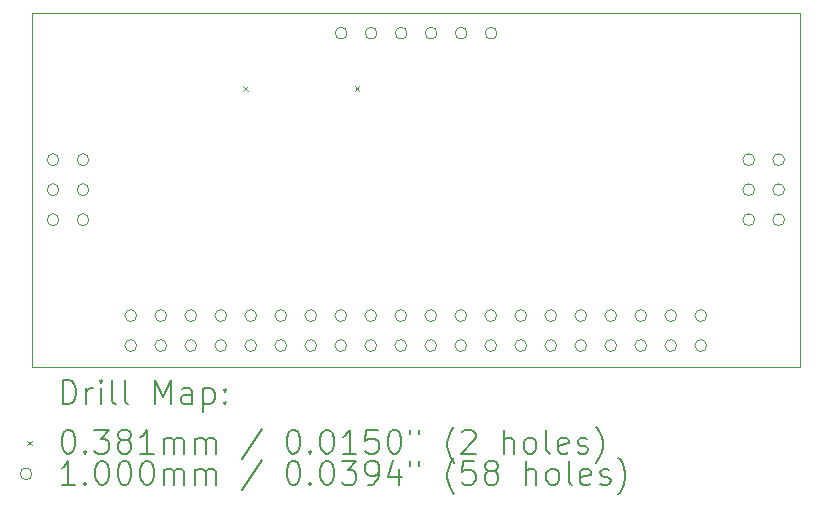
<source format=gbr>
%TF.GenerationSoftware,KiCad,Pcbnew,9.0.2*%
%TF.CreationDate,2025-10-25T16:26:29-04:00*%
%TF.ProjectId,Display,44697370-6c61-4792-9e6b-696361645f70,rev?*%
%TF.SameCoordinates,Original*%
%TF.FileFunction,Drillmap*%
%TF.FilePolarity,Positive*%
%FSLAX45Y45*%
G04 Gerber Fmt 4.5, Leading zero omitted, Abs format (unit mm)*
G04 Created by KiCad (PCBNEW 9.0.2) date 2025-10-25 16:26:29*
%MOMM*%
%LPD*%
G01*
G04 APERTURE LIST*
%ADD10C,0.050000*%
%ADD11C,0.200000*%
%ADD12C,0.100000*%
G04 APERTURE END LIST*
D10*
X13530000Y-5895000D02*
X20030000Y-5895000D01*
X20030000Y-8895000D01*
X13530000Y-8895000D01*
X13530000Y-5895000D01*
D11*
D12*
X15315950Y-6520950D02*
X15354050Y-6559050D01*
X15354050Y-6520950D02*
X15315950Y-6559050D01*
X16260950Y-6520950D02*
X16299050Y-6559050D01*
X16299050Y-6520950D02*
X16260950Y-6559050D01*
X13756000Y-7141000D02*
G75*
G02*
X13656000Y-7141000I-50000J0D01*
G01*
X13656000Y-7141000D02*
G75*
G02*
X13756000Y-7141000I50000J0D01*
G01*
X13756000Y-7395000D02*
G75*
G02*
X13656000Y-7395000I-50000J0D01*
G01*
X13656000Y-7395000D02*
G75*
G02*
X13756000Y-7395000I50000J0D01*
G01*
X13756000Y-7649000D02*
G75*
G02*
X13656000Y-7649000I-50000J0D01*
G01*
X13656000Y-7649000D02*
G75*
G02*
X13756000Y-7649000I50000J0D01*
G01*
X14010000Y-7141000D02*
G75*
G02*
X13910000Y-7141000I-50000J0D01*
G01*
X13910000Y-7141000D02*
G75*
G02*
X14010000Y-7141000I50000J0D01*
G01*
X14010000Y-7395000D02*
G75*
G02*
X13910000Y-7395000I-50000J0D01*
G01*
X13910000Y-7395000D02*
G75*
G02*
X14010000Y-7395000I50000J0D01*
G01*
X14010000Y-7649000D02*
G75*
G02*
X13910000Y-7649000I-50000J0D01*
G01*
X13910000Y-7649000D02*
G75*
G02*
X14010000Y-7649000I50000J0D01*
G01*
X14414000Y-8461000D02*
G75*
G02*
X14314000Y-8461000I-50000J0D01*
G01*
X14314000Y-8461000D02*
G75*
G02*
X14414000Y-8461000I50000J0D01*
G01*
X14414000Y-8715000D02*
G75*
G02*
X14314000Y-8715000I-50000J0D01*
G01*
X14314000Y-8715000D02*
G75*
G02*
X14414000Y-8715000I50000J0D01*
G01*
X14668000Y-8461000D02*
G75*
G02*
X14568000Y-8461000I-50000J0D01*
G01*
X14568000Y-8461000D02*
G75*
G02*
X14668000Y-8461000I50000J0D01*
G01*
X14668000Y-8715000D02*
G75*
G02*
X14568000Y-8715000I-50000J0D01*
G01*
X14568000Y-8715000D02*
G75*
G02*
X14668000Y-8715000I50000J0D01*
G01*
X14922000Y-8461000D02*
G75*
G02*
X14822000Y-8461000I-50000J0D01*
G01*
X14822000Y-8461000D02*
G75*
G02*
X14922000Y-8461000I50000J0D01*
G01*
X14922000Y-8715000D02*
G75*
G02*
X14822000Y-8715000I-50000J0D01*
G01*
X14822000Y-8715000D02*
G75*
G02*
X14922000Y-8715000I50000J0D01*
G01*
X15176000Y-8461000D02*
G75*
G02*
X15076000Y-8461000I-50000J0D01*
G01*
X15076000Y-8461000D02*
G75*
G02*
X15176000Y-8461000I50000J0D01*
G01*
X15176000Y-8715000D02*
G75*
G02*
X15076000Y-8715000I-50000J0D01*
G01*
X15076000Y-8715000D02*
G75*
G02*
X15176000Y-8715000I50000J0D01*
G01*
X15430000Y-8461000D02*
G75*
G02*
X15330000Y-8461000I-50000J0D01*
G01*
X15330000Y-8461000D02*
G75*
G02*
X15430000Y-8461000I50000J0D01*
G01*
X15430000Y-8715000D02*
G75*
G02*
X15330000Y-8715000I-50000J0D01*
G01*
X15330000Y-8715000D02*
G75*
G02*
X15430000Y-8715000I50000J0D01*
G01*
X15684000Y-8461000D02*
G75*
G02*
X15584000Y-8461000I-50000J0D01*
G01*
X15584000Y-8461000D02*
G75*
G02*
X15684000Y-8461000I50000J0D01*
G01*
X15684000Y-8715000D02*
G75*
G02*
X15584000Y-8715000I-50000J0D01*
G01*
X15584000Y-8715000D02*
G75*
G02*
X15684000Y-8715000I50000J0D01*
G01*
X15938000Y-8461000D02*
G75*
G02*
X15838000Y-8461000I-50000J0D01*
G01*
X15838000Y-8461000D02*
G75*
G02*
X15938000Y-8461000I50000J0D01*
G01*
X15938000Y-8715000D02*
G75*
G02*
X15838000Y-8715000I-50000J0D01*
G01*
X15838000Y-8715000D02*
G75*
G02*
X15938000Y-8715000I50000J0D01*
G01*
X16192000Y-8461000D02*
G75*
G02*
X16092000Y-8461000I-50000J0D01*
G01*
X16092000Y-8461000D02*
G75*
G02*
X16192000Y-8461000I50000J0D01*
G01*
X16192000Y-8715000D02*
G75*
G02*
X16092000Y-8715000I-50000J0D01*
G01*
X16092000Y-8715000D02*
G75*
G02*
X16192000Y-8715000I50000J0D01*
G01*
X16195000Y-6070000D02*
G75*
G02*
X16095000Y-6070000I-50000J0D01*
G01*
X16095000Y-6070000D02*
G75*
G02*
X16195000Y-6070000I50000J0D01*
G01*
X16446000Y-8461000D02*
G75*
G02*
X16346000Y-8461000I-50000J0D01*
G01*
X16346000Y-8461000D02*
G75*
G02*
X16446000Y-8461000I50000J0D01*
G01*
X16446000Y-8715000D02*
G75*
G02*
X16346000Y-8715000I-50000J0D01*
G01*
X16346000Y-8715000D02*
G75*
G02*
X16446000Y-8715000I50000J0D01*
G01*
X16449000Y-6070000D02*
G75*
G02*
X16349000Y-6070000I-50000J0D01*
G01*
X16349000Y-6070000D02*
G75*
G02*
X16449000Y-6070000I50000J0D01*
G01*
X16700000Y-8461000D02*
G75*
G02*
X16600000Y-8461000I-50000J0D01*
G01*
X16600000Y-8461000D02*
G75*
G02*
X16700000Y-8461000I50000J0D01*
G01*
X16700000Y-8715000D02*
G75*
G02*
X16600000Y-8715000I-50000J0D01*
G01*
X16600000Y-8715000D02*
G75*
G02*
X16700000Y-8715000I50000J0D01*
G01*
X16703000Y-6070000D02*
G75*
G02*
X16603000Y-6070000I-50000J0D01*
G01*
X16603000Y-6070000D02*
G75*
G02*
X16703000Y-6070000I50000J0D01*
G01*
X16954000Y-8461000D02*
G75*
G02*
X16854000Y-8461000I-50000J0D01*
G01*
X16854000Y-8461000D02*
G75*
G02*
X16954000Y-8461000I50000J0D01*
G01*
X16954000Y-8715000D02*
G75*
G02*
X16854000Y-8715000I-50000J0D01*
G01*
X16854000Y-8715000D02*
G75*
G02*
X16954000Y-8715000I50000J0D01*
G01*
X16957000Y-6070000D02*
G75*
G02*
X16857000Y-6070000I-50000J0D01*
G01*
X16857000Y-6070000D02*
G75*
G02*
X16957000Y-6070000I50000J0D01*
G01*
X17208000Y-8461000D02*
G75*
G02*
X17108000Y-8461000I-50000J0D01*
G01*
X17108000Y-8461000D02*
G75*
G02*
X17208000Y-8461000I50000J0D01*
G01*
X17208000Y-8715000D02*
G75*
G02*
X17108000Y-8715000I-50000J0D01*
G01*
X17108000Y-8715000D02*
G75*
G02*
X17208000Y-8715000I50000J0D01*
G01*
X17211000Y-6070000D02*
G75*
G02*
X17111000Y-6070000I-50000J0D01*
G01*
X17111000Y-6070000D02*
G75*
G02*
X17211000Y-6070000I50000J0D01*
G01*
X17462000Y-8461000D02*
G75*
G02*
X17362000Y-8461000I-50000J0D01*
G01*
X17362000Y-8461000D02*
G75*
G02*
X17462000Y-8461000I50000J0D01*
G01*
X17462000Y-8715000D02*
G75*
G02*
X17362000Y-8715000I-50000J0D01*
G01*
X17362000Y-8715000D02*
G75*
G02*
X17462000Y-8715000I50000J0D01*
G01*
X17465000Y-6070000D02*
G75*
G02*
X17365000Y-6070000I-50000J0D01*
G01*
X17365000Y-6070000D02*
G75*
G02*
X17465000Y-6070000I50000J0D01*
G01*
X17716000Y-8461000D02*
G75*
G02*
X17616000Y-8461000I-50000J0D01*
G01*
X17616000Y-8461000D02*
G75*
G02*
X17716000Y-8461000I50000J0D01*
G01*
X17716000Y-8715000D02*
G75*
G02*
X17616000Y-8715000I-50000J0D01*
G01*
X17616000Y-8715000D02*
G75*
G02*
X17716000Y-8715000I50000J0D01*
G01*
X17970000Y-8461000D02*
G75*
G02*
X17870000Y-8461000I-50000J0D01*
G01*
X17870000Y-8461000D02*
G75*
G02*
X17970000Y-8461000I50000J0D01*
G01*
X17970000Y-8715000D02*
G75*
G02*
X17870000Y-8715000I-50000J0D01*
G01*
X17870000Y-8715000D02*
G75*
G02*
X17970000Y-8715000I50000J0D01*
G01*
X18224000Y-8461000D02*
G75*
G02*
X18124000Y-8461000I-50000J0D01*
G01*
X18124000Y-8461000D02*
G75*
G02*
X18224000Y-8461000I50000J0D01*
G01*
X18224000Y-8715000D02*
G75*
G02*
X18124000Y-8715000I-50000J0D01*
G01*
X18124000Y-8715000D02*
G75*
G02*
X18224000Y-8715000I50000J0D01*
G01*
X18478000Y-8461000D02*
G75*
G02*
X18378000Y-8461000I-50000J0D01*
G01*
X18378000Y-8461000D02*
G75*
G02*
X18478000Y-8461000I50000J0D01*
G01*
X18478000Y-8715000D02*
G75*
G02*
X18378000Y-8715000I-50000J0D01*
G01*
X18378000Y-8715000D02*
G75*
G02*
X18478000Y-8715000I50000J0D01*
G01*
X18732000Y-8461000D02*
G75*
G02*
X18632000Y-8461000I-50000J0D01*
G01*
X18632000Y-8461000D02*
G75*
G02*
X18732000Y-8461000I50000J0D01*
G01*
X18732000Y-8715000D02*
G75*
G02*
X18632000Y-8715000I-50000J0D01*
G01*
X18632000Y-8715000D02*
G75*
G02*
X18732000Y-8715000I50000J0D01*
G01*
X18986000Y-8461000D02*
G75*
G02*
X18886000Y-8461000I-50000J0D01*
G01*
X18886000Y-8461000D02*
G75*
G02*
X18986000Y-8461000I50000J0D01*
G01*
X18986000Y-8715000D02*
G75*
G02*
X18886000Y-8715000I-50000J0D01*
G01*
X18886000Y-8715000D02*
G75*
G02*
X18986000Y-8715000I50000J0D01*
G01*
X19240000Y-8461000D02*
G75*
G02*
X19140000Y-8461000I-50000J0D01*
G01*
X19140000Y-8461000D02*
G75*
G02*
X19240000Y-8461000I50000J0D01*
G01*
X19240000Y-8715000D02*
G75*
G02*
X19140000Y-8715000I-50000J0D01*
G01*
X19140000Y-8715000D02*
G75*
G02*
X19240000Y-8715000I50000J0D01*
G01*
X19646000Y-7141000D02*
G75*
G02*
X19546000Y-7141000I-50000J0D01*
G01*
X19546000Y-7141000D02*
G75*
G02*
X19646000Y-7141000I50000J0D01*
G01*
X19646000Y-7395000D02*
G75*
G02*
X19546000Y-7395000I-50000J0D01*
G01*
X19546000Y-7395000D02*
G75*
G02*
X19646000Y-7395000I50000J0D01*
G01*
X19646000Y-7649000D02*
G75*
G02*
X19546000Y-7649000I-50000J0D01*
G01*
X19546000Y-7649000D02*
G75*
G02*
X19646000Y-7649000I50000J0D01*
G01*
X19900000Y-7141000D02*
G75*
G02*
X19800000Y-7141000I-50000J0D01*
G01*
X19800000Y-7141000D02*
G75*
G02*
X19900000Y-7141000I50000J0D01*
G01*
X19900000Y-7395000D02*
G75*
G02*
X19800000Y-7395000I-50000J0D01*
G01*
X19800000Y-7395000D02*
G75*
G02*
X19900000Y-7395000I50000J0D01*
G01*
X19900000Y-7649000D02*
G75*
G02*
X19800000Y-7649000I-50000J0D01*
G01*
X19800000Y-7649000D02*
G75*
G02*
X19900000Y-7649000I50000J0D01*
G01*
D11*
X13788277Y-9208984D02*
X13788277Y-9008984D01*
X13788277Y-9008984D02*
X13835896Y-9008984D01*
X13835896Y-9008984D02*
X13864467Y-9018508D01*
X13864467Y-9018508D02*
X13883515Y-9037555D01*
X13883515Y-9037555D02*
X13893039Y-9056603D01*
X13893039Y-9056603D02*
X13902562Y-9094698D01*
X13902562Y-9094698D02*
X13902562Y-9123270D01*
X13902562Y-9123270D02*
X13893039Y-9161365D01*
X13893039Y-9161365D02*
X13883515Y-9180412D01*
X13883515Y-9180412D02*
X13864467Y-9199460D01*
X13864467Y-9199460D02*
X13835896Y-9208984D01*
X13835896Y-9208984D02*
X13788277Y-9208984D01*
X13988277Y-9208984D02*
X13988277Y-9075650D01*
X13988277Y-9113746D02*
X13997801Y-9094698D01*
X13997801Y-9094698D02*
X14007324Y-9085174D01*
X14007324Y-9085174D02*
X14026372Y-9075650D01*
X14026372Y-9075650D02*
X14045420Y-9075650D01*
X14112086Y-9208984D02*
X14112086Y-9075650D01*
X14112086Y-9008984D02*
X14102562Y-9018508D01*
X14102562Y-9018508D02*
X14112086Y-9028031D01*
X14112086Y-9028031D02*
X14121610Y-9018508D01*
X14121610Y-9018508D02*
X14112086Y-9008984D01*
X14112086Y-9008984D02*
X14112086Y-9028031D01*
X14235896Y-9208984D02*
X14216848Y-9199460D01*
X14216848Y-9199460D02*
X14207324Y-9180412D01*
X14207324Y-9180412D02*
X14207324Y-9008984D01*
X14340658Y-9208984D02*
X14321610Y-9199460D01*
X14321610Y-9199460D02*
X14312086Y-9180412D01*
X14312086Y-9180412D02*
X14312086Y-9008984D01*
X14569229Y-9208984D02*
X14569229Y-9008984D01*
X14569229Y-9008984D02*
X14635896Y-9151841D01*
X14635896Y-9151841D02*
X14702562Y-9008984D01*
X14702562Y-9008984D02*
X14702562Y-9208984D01*
X14883515Y-9208984D02*
X14883515Y-9104222D01*
X14883515Y-9104222D02*
X14873991Y-9085174D01*
X14873991Y-9085174D02*
X14854943Y-9075650D01*
X14854943Y-9075650D02*
X14816848Y-9075650D01*
X14816848Y-9075650D02*
X14797801Y-9085174D01*
X14883515Y-9199460D02*
X14864467Y-9208984D01*
X14864467Y-9208984D02*
X14816848Y-9208984D01*
X14816848Y-9208984D02*
X14797801Y-9199460D01*
X14797801Y-9199460D02*
X14788277Y-9180412D01*
X14788277Y-9180412D02*
X14788277Y-9161365D01*
X14788277Y-9161365D02*
X14797801Y-9142317D01*
X14797801Y-9142317D02*
X14816848Y-9132793D01*
X14816848Y-9132793D02*
X14864467Y-9132793D01*
X14864467Y-9132793D02*
X14883515Y-9123270D01*
X14978753Y-9075650D02*
X14978753Y-9275650D01*
X14978753Y-9085174D02*
X14997801Y-9075650D01*
X14997801Y-9075650D02*
X15035896Y-9075650D01*
X15035896Y-9075650D02*
X15054943Y-9085174D01*
X15054943Y-9085174D02*
X15064467Y-9094698D01*
X15064467Y-9094698D02*
X15073991Y-9113746D01*
X15073991Y-9113746D02*
X15073991Y-9170889D01*
X15073991Y-9170889D02*
X15064467Y-9189936D01*
X15064467Y-9189936D02*
X15054943Y-9199460D01*
X15054943Y-9199460D02*
X15035896Y-9208984D01*
X15035896Y-9208984D02*
X14997801Y-9208984D01*
X14997801Y-9208984D02*
X14978753Y-9199460D01*
X15159705Y-9189936D02*
X15169229Y-9199460D01*
X15169229Y-9199460D02*
X15159705Y-9208984D01*
X15159705Y-9208984D02*
X15150182Y-9199460D01*
X15150182Y-9199460D02*
X15159705Y-9189936D01*
X15159705Y-9189936D02*
X15159705Y-9208984D01*
X15159705Y-9085174D02*
X15169229Y-9094698D01*
X15169229Y-9094698D02*
X15159705Y-9104222D01*
X15159705Y-9104222D02*
X15150182Y-9094698D01*
X15150182Y-9094698D02*
X15159705Y-9085174D01*
X15159705Y-9085174D02*
X15159705Y-9104222D01*
D12*
X13489400Y-9518450D02*
X13527500Y-9556550D01*
X13527500Y-9518450D02*
X13489400Y-9556550D01*
D11*
X13826372Y-9428984D02*
X13845420Y-9428984D01*
X13845420Y-9428984D02*
X13864467Y-9438508D01*
X13864467Y-9438508D02*
X13873991Y-9448031D01*
X13873991Y-9448031D02*
X13883515Y-9467079D01*
X13883515Y-9467079D02*
X13893039Y-9505174D01*
X13893039Y-9505174D02*
X13893039Y-9552793D01*
X13893039Y-9552793D02*
X13883515Y-9590889D01*
X13883515Y-9590889D02*
X13873991Y-9609936D01*
X13873991Y-9609936D02*
X13864467Y-9619460D01*
X13864467Y-9619460D02*
X13845420Y-9628984D01*
X13845420Y-9628984D02*
X13826372Y-9628984D01*
X13826372Y-9628984D02*
X13807324Y-9619460D01*
X13807324Y-9619460D02*
X13797801Y-9609936D01*
X13797801Y-9609936D02*
X13788277Y-9590889D01*
X13788277Y-9590889D02*
X13778753Y-9552793D01*
X13778753Y-9552793D02*
X13778753Y-9505174D01*
X13778753Y-9505174D02*
X13788277Y-9467079D01*
X13788277Y-9467079D02*
X13797801Y-9448031D01*
X13797801Y-9448031D02*
X13807324Y-9438508D01*
X13807324Y-9438508D02*
X13826372Y-9428984D01*
X13978753Y-9609936D02*
X13988277Y-9619460D01*
X13988277Y-9619460D02*
X13978753Y-9628984D01*
X13978753Y-9628984D02*
X13969229Y-9619460D01*
X13969229Y-9619460D02*
X13978753Y-9609936D01*
X13978753Y-9609936D02*
X13978753Y-9628984D01*
X14054943Y-9428984D02*
X14178753Y-9428984D01*
X14178753Y-9428984D02*
X14112086Y-9505174D01*
X14112086Y-9505174D02*
X14140658Y-9505174D01*
X14140658Y-9505174D02*
X14159705Y-9514698D01*
X14159705Y-9514698D02*
X14169229Y-9524222D01*
X14169229Y-9524222D02*
X14178753Y-9543270D01*
X14178753Y-9543270D02*
X14178753Y-9590889D01*
X14178753Y-9590889D02*
X14169229Y-9609936D01*
X14169229Y-9609936D02*
X14159705Y-9619460D01*
X14159705Y-9619460D02*
X14140658Y-9628984D01*
X14140658Y-9628984D02*
X14083515Y-9628984D01*
X14083515Y-9628984D02*
X14064467Y-9619460D01*
X14064467Y-9619460D02*
X14054943Y-9609936D01*
X14293039Y-9514698D02*
X14273991Y-9505174D01*
X14273991Y-9505174D02*
X14264467Y-9495650D01*
X14264467Y-9495650D02*
X14254943Y-9476603D01*
X14254943Y-9476603D02*
X14254943Y-9467079D01*
X14254943Y-9467079D02*
X14264467Y-9448031D01*
X14264467Y-9448031D02*
X14273991Y-9438508D01*
X14273991Y-9438508D02*
X14293039Y-9428984D01*
X14293039Y-9428984D02*
X14331134Y-9428984D01*
X14331134Y-9428984D02*
X14350182Y-9438508D01*
X14350182Y-9438508D02*
X14359705Y-9448031D01*
X14359705Y-9448031D02*
X14369229Y-9467079D01*
X14369229Y-9467079D02*
X14369229Y-9476603D01*
X14369229Y-9476603D02*
X14359705Y-9495650D01*
X14359705Y-9495650D02*
X14350182Y-9505174D01*
X14350182Y-9505174D02*
X14331134Y-9514698D01*
X14331134Y-9514698D02*
X14293039Y-9514698D01*
X14293039Y-9514698D02*
X14273991Y-9524222D01*
X14273991Y-9524222D02*
X14264467Y-9533746D01*
X14264467Y-9533746D02*
X14254943Y-9552793D01*
X14254943Y-9552793D02*
X14254943Y-9590889D01*
X14254943Y-9590889D02*
X14264467Y-9609936D01*
X14264467Y-9609936D02*
X14273991Y-9619460D01*
X14273991Y-9619460D02*
X14293039Y-9628984D01*
X14293039Y-9628984D02*
X14331134Y-9628984D01*
X14331134Y-9628984D02*
X14350182Y-9619460D01*
X14350182Y-9619460D02*
X14359705Y-9609936D01*
X14359705Y-9609936D02*
X14369229Y-9590889D01*
X14369229Y-9590889D02*
X14369229Y-9552793D01*
X14369229Y-9552793D02*
X14359705Y-9533746D01*
X14359705Y-9533746D02*
X14350182Y-9524222D01*
X14350182Y-9524222D02*
X14331134Y-9514698D01*
X14559705Y-9628984D02*
X14445420Y-9628984D01*
X14502562Y-9628984D02*
X14502562Y-9428984D01*
X14502562Y-9428984D02*
X14483515Y-9457555D01*
X14483515Y-9457555D02*
X14464467Y-9476603D01*
X14464467Y-9476603D02*
X14445420Y-9486127D01*
X14645420Y-9628984D02*
X14645420Y-9495650D01*
X14645420Y-9514698D02*
X14654943Y-9505174D01*
X14654943Y-9505174D02*
X14673991Y-9495650D01*
X14673991Y-9495650D02*
X14702563Y-9495650D01*
X14702563Y-9495650D02*
X14721610Y-9505174D01*
X14721610Y-9505174D02*
X14731134Y-9524222D01*
X14731134Y-9524222D02*
X14731134Y-9628984D01*
X14731134Y-9524222D02*
X14740658Y-9505174D01*
X14740658Y-9505174D02*
X14759705Y-9495650D01*
X14759705Y-9495650D02*
X14788277Y-9495650D01*
X14788277Y-9495650D02*
X14807324Y-9505174D01*
X14807324Y-9505174D02*
X14816848Y-9524222D01*
X14816848Y-9524222D02*
X14816848Y-9628984D01*
X14912086Y-9628984D02*
X14912086Y-9495650D01*
X14912086Y-9514698D02*
X14921610Y-9505174D01*
X14921610Y-9505174D02*
X14940658Y-9495650D01*
X14940658Y-9495650D02*
X14969229Y-9495650D01*
X14969229Y-9495650D02*
X14988277Y-9505174D01*
X14988277Y-9505174D02*
X14997801Y-9524222D01*
X14997801Y-9524222D02*
X14997801Y-9628984D01*
X14997801Y-9524222D02*
X15007324Y-9505174D01*
X15007324Y-9505174D02*
X15026372Y-9495650D01*
X15026372Y-9495650D02*
X15054943Y-9495650D01*
X15054943Y-9495650D02*
X15073991Y-9505174D01*
X15073991Y-9505174D02*
X15083515Y-9524222D01*
X15083515Y-9524222D02*
X15083515Y-9628984D01*
X15473991Y-9419460D02*
X15302563Y-9676603D01*
X15731134Y-9428984D02*
X15750182Y-9428984D01*
X15750182Y-9428984D02*
X15769229Y-9438508D01*
X15769229Y-9438508D02*
X15778753Y-9448031D01*
X15778753Y-9448031D02*
X15788277Y-9467079D01*
X15788277Y-9467079D02*
X15797801Y-9505174D01*
X15797801Y-9505174D02*
X15797801Y-9552793D01*
X15797801Y-9552793D02*
X15788277Y-9590889D01*
X15788277Y-9590889D02*
X15778753Y-9609936D01*
X15778753Y-9609936D02*
X15769229Y-9619460D01*
X15769229Y-9619460D02*
X15750182Y-9628984D01*
X15750182Y-9628984D02*
X15731134Y-9628984D01*
X15731134Y-9628984D02*
X15712086Y-9619460D01*
X15712086Y-9619460D02*
X15702563Y-9609936D01*
X15702563Y-9609936D02*
X15693039Y-9590889D01*
X15693039Y-9590889D02*
X15683515Y-9552793D01*
X15683515Y-9552793D02*
X15683515Y-9505174D01*
X15683515Y-9505174D02*
X15693039Y-9467079D01*
X15693039Y-9467079D02*
X15702563Y-9448031D01*
X15702563Y-9448031D02*
X15712086Y-9438508D01*
X15712086Y-9438508D02*
X15731134Y-9428984D01*
X15883515Y-9609936D02*
X15893039Y-9619460D01*
X15893039Y-9619460D02*
X15883515Y-9628984D01*
X15883515Y-9628984D02*
X15873991Y-9619460D01*
X15873991Y-9619460D02*
X15883515Y-9609936D01*
X15883515Y-9609936D02*
X15883515Y-9628984D01*
X16016848Y-9428984D02*
X16035896Y-9428984D01*
X16035896Y-9428984D02*
X16054944Y-9438508D01*
X16054944Y-9438508D02*
X16064467Y-9448031D01*
X16064467Y-9448031D02*
X16073991Y-9467079D01*
X16073991Y-9467079D02*
X16083515Y-9505174D01*
X16083515Y-9505174D02*
X16083515Y-9552793D01*
X16083515Y-9552793D02*
X16073991Y-9590889D01*
X16073991Y-9590889D02*
X16064467Y-9609936D01*
X16064467Y-9609936D02*
X16054944Y-9619460D01*
X16054944Y-9619460D02*
X16035896Y-9628984D01*
X16035896Y-9628984D02*
X16016848Y-9628984D01*
X16016848Y-9628984D02*
X15997801Y-9619460D01*
X15997801Y-9619460D02*
X15988277Y-9609936D01*
X15988277Y-9609936D02*
X15978753Y-9590889D01*
X15978753Y-9590889D02*
X15969229Y-9552793D01*
X15969229Y-9552793D02*
X15969229Y-9505174D01*
X15969229Y-9505174D02*
X15978753Y-9467079D01*
X15978753Y-9467079D02*
X15988277Y-9448031D01*
X15988277Y-9448031D02*
X15997801Y-9438508D01*
X15997801Y-9438508D02*
X16016848Y-9428984D01*
X16273991Y-9628984D02*
X16159706Y-9628984D01*
X16216848Y-9628984D02*
X16216848Y-9428984D01*
X16216848Y-9428984D02*
X16197801Y-9457555D01*
X16197801Y-9457555D02*
X16178753Y-9476603D01*
X16178753Y-9476603D02*
X16159706Y-9486127D01*
X16454944Y-9428984D02*
X16359706Y-9428984D01*
X16359706Y-9428984D02*
X16350182Y-9524222D01*
X16350182Y-9524222D02*
X16359706Y-9514698D01*
X16359706Y-9514698D02*
X16378753Y-9505174D01*
X16378753Y-9505174D02*
X16426372Y-9505174D01*
X16426372Y-9505174D02*
X16445420Y-9514698D01*
X16445420Y-9514698D02*
X16454944Y-9524222D01*
X16454944Y-9524222D02*
X16464467Y-9543270D01*
X16464467Y-9543270D02*
X16464467Y-9590889D01*
X16464467Y-9590889D02*
X16454944Y-9609936D01*
X16454944Y-9609936D02*
X16445420Y-9619460D01*
X16445420Y-9619460D02*
X16426372Y-9628984D01*
X16426372Y-9628984D02*
X16378753Y-9628984D01*
X16378753Y-9628984D02*
X16359706Y-9619460D01*
X16359706Y-9619460D02*
X16350182Y-9609936D01*
X16588277Y-9428984D02*
X16607325Y-9428984D01*
X16607325Y-9428984D02*
X16626372Y-9438508D01*
X16626372Y-9438508D02*
X16635896Y-9448031D01*
X16635896Y-9448031D02*
X16645420Y-9467079D01*
X16645420Y-9467079D02*
X16654944Y-9505174D01*
X16654944Y-9505174D02*
X16654944Y-9552793D01*
X16654944Y-9552793D02*
X16645420Y-9590889D01*
X16645420Y-9590889D02*
X16635896Y-9609936D01*
X16635896Y-9609936D02*
X16626372Y-9619460D01*
X16626372Y-9619460D02*
X16607325Y-9628984D01*
X16607325Y-9628984D02*
X16588277Y-9628984D01*
X16588277Y-9628984D02*
X16569229Y-9619460D01*
X16569229Y-9619460D02*
X16559706Y-9609936D01*
X16559706Y-9609936D02*
X16550182Y-9590889D01*
X16550182Y-9590889D02*
X16540658Y-9552793D01*
X16540658Y-9552793D02*
X16540658Y-9505174D01*
X16540658Y-9505174D02*
X16550182Y-9467079D01*
X16550182Y-9467079D02*
X16559706Y-9448031D01*
X16559706Y-9448031D02*
X16569229Y-9438508D01*
X16569229Y-9438508D02*
X16588277Y-9428984D01*
X16731134Y-9428984D02*
X16731134Y-9467079D01*
X16807325Y-9428984D02*
X16807325Y-9467079D01*
X17102563Y-9705174D02*
X17093039Y-9695650D01*
X17093039Y-9695650D02*
X17073991Y-9667079D01*
X17073991Y-9667079D02*
X17064468Y-9648031D01*
X17064468Y-9648031D02*
X17054944Y-9619460D01*
X17054944Y-9619460D02*
X17045420Y-9571841D01*
X17045420Y-9571841D02*
X17045420Y-9533746D01*
X17045420Y-9533746D02*
X17054944Y-9486127D01*
X17054944Y-9486127D02*
X17064468Y-9457555D01*
X17064468Y-9457555D02*
X17073991Y-9438508D01*
X17073991Y-9438508D02*
X17093039Y-9409936D01*
X17093039Y-9409936D02*
X17102563Y-9400412D01*
X17169230Y-9448031D02*
X17178753Y-9438508D01*
X17178753Y-9438508D02*
X17197801Y-9428984D01*
X17197801Y-9428984D02*
X17245420Y-9428984D01*
X17245420Y-9428984D02*
X17264468Y-9438508D01*
X17264468Y-9438508D02*
X17273991Y-9448031D01*
X17273991Y-9448031D02*
X17283515Y-9467079D01*
X17283515Y-9467079D02*
X17283515Y-9486127D01*
X17283515Y-9486127D02*
X17273991Y-9514698D01*
X17273991Y-9514698D02*
X17159706Y-9628984D01*
X17159706Y-9628984D02*
X17283515Y-9628984D01*
X17521611Y-9628984D02*
X17521611Y-9428984D01*
X17607325Y-9628984D02*
X17607325Y-9524222D01*
X17607325Y-9524222D02*
X17597801Y-9505174D01*
X17597801Y-9505174D02*
X17578753Y-9495650D01*
X17578753Y-9495650D02*
X17550182Y-9495650D01*
X17550182Y-9495650D02*
X17531134Y-9505174D01*
X17531134Y-9505174D02*
X17521611Y-9514698D01*
X17731134Y-9628984D02*
X17712087Y-9619460D01*
X17712087Y-9619460D02*
X17702563Y-9609936D01*
X17702563Y-9609936D02*
X17693039Y-9590889D01*
X17693039Y-9590889D02*
X17693039Y-9533746D01*
X17693039Y-9533746D02*
X17702563Y-9514698D01*
X17702563Y-9514698D02*
X17712087Y-9505174D01*
X17712087Y-9505174D02*
X17731134Y-9495650D01*
X17731134Y-9495650D02*
X17759706Y-9495650D01*
X17759706Y-9495650D02*
X17778753Y-9505174D01*
X17778753Y-9505174D02*
X17788277Y-9514698D01*
X17788277Y-9514698D02*
X17797801Y-9533746D01*
X17797801Y-9533746D02*
X17797801Y-9590889D01*
X17797801Y-9590889D02*
X17788277Y-9609936D01*
X17788277Y-9609936D02*
X17778753Y-9619460D01*
X17778753Y-9619460D02*
X17759706Y-9628984D01*
X17759706Y-9628984D02*
X17731134Y-9628984D01*
X17912087Y-9628984D02*
X17893039Y-9619460D01*
X17893039Y-9619460D02*
X17883515Y-9600412D01*
X17883515Y-9600412D02*
X17883515Y-9428984D01*
X18064468Y-9619460D02*
X18045420Y-9628984D01*
X18045420Y-9628984D02*
X18007325Y-9628984D01*
X18007325Y-9628984D02*
X17988277Y-9619460D01*
X17988277Y-9619460D02*
X17978753Y-9600412D01*
X17978753Y-9600412D02*
X17978753Y-9524222D01*
X17978753Y-9524222D02*
X17988277Y-9505174D01*
X17988277Y-9505174D02*
X18007325Y-9495650D01*
X18007325Y-9495650D02*
X18045420Y-9495650D01*
X18045420Y-9495650D02*
X18064468Y-9505174D01*
X18064468Y-9505174D02*
X18073992Y-9524222D01*
X18073992Y-9524222D02*
X18073992Y-9543270D01*
X18073992Y-9543270D02*
X17978753Y-9562317D01*
X18150182Y-9619460D02*
X18169230Y-9628984D01*
X18169230Y-9628984D02*
X18207325Y-9628984D01*
X18207325Y-9628984D02*
X18226373Y-9619460D01*
X18226373Y-9619460D02*
X18235896Y-9600412D01*
X18235896Y-9600412D02*
X18235896Y-9590889D01*
X18235896Y-9590889D02*
X18226373Y-9571841D01*
X18226373Y-9571841D02*
X18207325Y-9562317D01*
X18207325Y-9562317D02*
X18178753Y-9562317D01*
X18178753Y-9562317D02*
X18159706Y-9552793D01*
X18159706Y-9552793D02*
X18150182Y-9533746D01*
X18150182Y-9533746D02*
X18150182Y-9524222D01*
X18150182Y-9524222D02*
X18159706Y-9505174D01*
X18159706Y-9505174D02*
X18178753Y-9495650D01*
X18178753Y-9495650D02*
X18207325Y-9495650D01*
X18207325Y-9495650D02*
X18226373Y-9505174D01*
X18302563Y-9705174D02*
X18312087Y-9695650D01*
X18312087Y-9695650D02*
X18331134Y-9667079D01*
X18331134Y-9667079D02*
X18340658Y-9648031D01*
X18340658Y-9648031D02*
X18350182Y-9619460D01*
X18350182Y-9619460D02*
X18359706Y-9571841D01*
X18359706Y-9571841D02*
X18359706Y-9533746D01*
X18359706Y-9533746D02*
X18350182Y-9486127D01*
X18350182Y-9486127D02*
X18340658Y-9457555D01*
X18340658Y-9457555D02*
X18331134Y-9438508D01*
X18331134Y-9438508D02*
X18312087Y-9409936D01*
X18312087Y-9409936D02*
X18302563Y-9400412D01*
D12*
X13527500Y-9801500D02*
G75*
G02*
X13427500Y-9801500I-50000J0D01*
G01*
X13427500Y-9801500D02*
G75*
G02*
X13527500Y-9801500I50000J0D01*
G01*
D11*
X13893039Y-9892984D02*
X13778753Y-9892984D01*
X13835896Y-9892984D02*
X13835896Y-9692984D01*
X13835896Y-9692984D02*
X13816848Y-9721555D01*
X13816848Y-9721555D02*
X13797801Y-9740603D01*
X13797801Y-9740603D02*
X13778753Y-9750127D01*
X13978753Y-9873936D02*
X13988277Y-9883460D01*
X13988277Y-9883460D02*
X13978753Y-9892984D01*
X13978753Y-9892984D02*
X13969229Y-9883460D01*
X13969229Y-9883460D02*
X13978753Y-9873936D01*
X13978753Y-9873936D02*
X13978753Y-9892984D01*
X14112086Y-9692984D02*
X14131134Y-9692984D01*
X14131134Y-9692984D02*
X14150182Y-9702508D01*
X14150182Y-9702508D02*
X14159705Y-9712031D01*
X14159705Y-9712031D02*
X14169229Y-9731079D01*
X14169229Y-9731079D02*
X14178753Y-9769174D01*
X14178753Y-9769174D02*
X14178753Y-9816793D01*
X14178753Y-9816793D02*
X14169229Y-9854889D01*
X14169229Y-9854889D02*
X14159705Y-9873936D01*
X14159705Y-9873936D02*
X14150182Y-9883460D01*
X14150182Y-9883460D02*
X14131134Y-9892984D01*
X14131134Y-9892984D02*
X14112086Y-9892984D01*
X14112086Y-9892984D02*
X14093039Y-9883460D01*
X14093039Y-9883460D02*
X14083515Y-9873936D01*
X14083515Y-9873936D02*
X14073991Y-9854889D01*
X14073991Y-9854889D02*
X14064467Y-9816793D01*
X14064467Y-9816793D02*
X14064467Y-9769174D01*
X14064467Y-9769174D02*
X14073991Y-9731079D01*
X14073991Y-9731079D02*
X14083515Y-9712031D01*
X14083515Y-9712031D02*
X14093039Y-9702508D01*
X14093039Y-9702508D02*
X14112086Y-9692984D01*
X14302562Y-9692984D02*
X14321610Y-9692984D01*
X14321610Y-9692984D02*
X14340658Y-9702508D01*
X14340658Y-9702508D02*
X14350182Y-9712031D01*
X14350182Y-9712031D02*
X14359705Y-9731079D01*
X14359705Y-9731079D02*
X14369229Y-9769174D01*
X14369229Y-9769174D02*
X14369229Y-9816793D01*
X14369229Y-9816793D02*
X14359705Y-9854889D01*
X14359705Y-9854889D02*
X14350182Y-9873936D01*
X14350182Y-9873936D02*
X14340658Y-9883460D01*
X14340658Y-9883460D02*
X14321610Y-9892984D01*
X14321610Y-9892984D02*
X14302562Y-9892984D01*
X14302562Y-9892984D02*
X14283515Y-9883460D01*
X14283515Y-9883460D02*
X14273991Y-9873936D01*
X14273991Y-9873936D02*
X14264467Y-9854889D01*
X14264467Y-9854889D02*
X14254943Y-9816793D01*
X14254943Y-9816793D02*
X14254943Y-9769174D01*
X14254943Y-9769174D02*
X14264467Y-9731079D01*
X14264467Y-9731079D02*
X14273991Y-9712031D01*
X14273991Y-9712031D02*
X14283515Y-9702508D01*
X14283515Y-9702508D02*
X14302562Y-9692984D01*
X14493039Y-9692984D02*
X14512086Y-9692984D01*
X14512086Y-9692984D02*
X14531134Y-9702508D01*
X14531134Y-9702508D02*
X14540658Y-9712031D01*
X14540658Y-9712031D02*
X14550182Y-9731079D01*
X14550182Y-9731079D02*
X14559705Y-9769174D01*
X14559705Y-9769174D02*
X14559705Y-9816793D01*
X14559705Y-9816793D02*
X14550182Y-9854889D01*
X14550182Y-9854889D02*
X14540658Y-9873936D01*
X14540658Y-9873936D02*
X14531134Y-9883460D01*
X14531134Y-9883460D02*
X14512086Y-9892984D01*
X14512086Y-9892984D02*
X14493039Y-9892984D01*
X14493039Y-9892984D02*
X14473991Y-9883460D01*
X14473991Y-9883460D02*
X14464467Y-9873936D01*
X14464467Y-9873936D02*
X14454943Y-9854889D01*
X14454943Y-9854889D02*
X14445420Y-9816793D01*
X14445420Y-9816793D02*
X14445420Y-9769174D01*
X14445420Y-9769174D02*
X14454943Y-9731079D01*
X14454943Y-9731079D02*
X14464467Y-9712031D01*
X14464467Y-9712031D02*
X14473991Y-9702508D01*
X14473991Y-9702508D02*
X14493039Y-9692984D01*
X14645420Y-9892984D02*
X14645420Y-9759650D01*
X14645420Y-9778698D02*
X14654943Y-9769174D01*
X14654943Y-9769174D02*
X14673991Y-9759650D01*
X14673991Y-9759650D02*
X14702563Y-9759650D01*
X14702563Y-9759650D02*
X14721610Y-9769174D01*
X14721610Y-9769174D02*
X14731134Y-9788222D01*
X14731134Y-9788222D02*
X14731134Y-9892984D01*
X14731134Y-9788222D02*
X14740658Y-9769174D01*
X14740658Y-9769174D02*
X14759705Y-9759650D01*
X14759705Y-9759650D02*
X14788277Y-9759650D01*
X14788277Y-9759650D02*
X14807324Y-9769174D01*
X14807324Y-9769174D02*
X14816848Y-9788222D01*
X14816848Y-9788222D02*
X14816848Y-9892984D01*
X14912086Y-9892984D02*
X14912086Y-9759650D01*
X14912086Y-9778698D02*
X14921610Y-9769174D01*
X14921610Y-9769174D02*
X14940658Y-9759650D01*
X14940658Y-9759650D02*
X14969229Y-9759650D01*
X14969229Y-9759650D02*
X14988277Y-9769174D01*
X14988277Y-9769174D02*
X14997801Y-9788222D01*
X14997801Y-9788222D02*
X14997801Y-9892984D01*
X14997801Y-9788222D02*
X15007324Y-9769174D01*
X15007324Y-9769174D02*
X15026372Y-9759650D01*
X15026372Y-9759650D02*
X15054943Y-9759650D01*
X15054943Y-9759650D02*
X15073991Y-9769174D01*
X15073991Y-9769174D02*
X15083515Y-9788222D01*
X15083515Y-9788222D02*
X15083515Y-9892984D01*
X15473991Y-9683460D02*
X15302563Y-9940603D01*
X15731134Y-9692984D02*
X15750182Y-9692984D01*
X15750182Y-9692984D02*
X15769229Y-9702508D01*
X15769229Y-9702508D02*
X15778753Y-9712031D01*
X15778753Y-9712031D02*
X15788277Y-9731079D01*
X15788277Y-9731079D02*
X15797801Y-9769174D01*
X15797801Y-9769174D02*
X15797801Y-9816793D01*
X15797801Y-9816793D02*
X15788277Y-9854889D01*
X15788277Y-9854889D02*
X15778753Y-9873936D01*
X15778753Y-9873936D02*
X15769229Y-9883460D01*
X15769229Y-9883460D02*
X15750182Y-9892984D01*
X15750182Y-9892984D02*
X15731134Y-9892984D01*
X15731134Y-9892984D02*
X15712086Y-9883460D01*
X15712086Y-9883460D02*
X15702563Y-9873936D01*
X15702563Y-9873936D02*
X15693039Y-9854889D01*
X15693039Y-9854889D02*
X15683515Y-9816793D01*
X15683515Y-9816793D02*
X15683515Y-9769174D01*
X15683515Y-9769174D02*
X15693039Y-9731079D01*
X15693039Y-9731079D02*
X15702563Y-9712031D01*
X15702563Y-9712031D02*
X15712086Y-9702508D01*
X15712086Y-9702508D02*
X15731134Y-9692984D01*
X15883515Y-9873936D02*
X15893039Y-9883460D01*
X15893039Y-9883460D02*
X15883515Y-9892984D01*
X15883515Y-9892984D02*
X15873991Y-9883460D01*
X15873991Y-9883460D02*
X15883515Y-9873936D01*
X15883515Y-9873936D02*
X15883515Y-9892984D01*
X16016848Y-9692984D02*
X16035896Y-9692984D01*
X16035896Y-9692984D02*
X16054944Y-9702508D01*
X16054944Y-9702508D02*
X16064467Y-9712031D01*
X16064467Y-9712031D02*
X16073991Y-9731079D01*
X16073991Y-9731079D02*
X16083515Y-9769174D01*
X16083515Y-9769174D02*
X16083515Y-9816793D01*
X16083515Y-9816793D02*
X16073991Y-9854889D01*
X16073991Y-9854889D02*
X16064467Y-9873936D01*
X16064467Y-9873936D02*
X16054944Y-9883460D01*
X16054944Y-9883460D02*
X16035896Y-9892984D01*
X16035896Y-9892984D02*
X16016848Y-9892984D01*
X16016848Y-9892984D02*
X15997801Y-9883460D01*
X15997801Y-9883460D02*
X15988277Y-9873936D01*
X15988277Y-9873936D02*
X15978753Y-9854889D01*
X15978753Y-9854889D02*
X15969229Y-9816793D01*
X15969229Y-9816793D02*
X15969229Y-9769174D01*
X15969229Y-9769174D02*
X15978753Y-9731079D01*
X15978753Y-9731079D02*
X15988277Y-9712031D01*
X15988277Y-9712031D02*
X15997801Y-9702508D01*
X15997801Y-9702508D02*
X16016848Y-9692984D01*
X16150182Y-9692984D02*
X16273991Y-9692984D01*
X16273991Y-9692984D02*
X16207325Y-9769174D01*
X16207325Y-9769174D02*
X16235896Y-9769174D01*
X16235896Y-9769174D02*
X16254944Y-9778698D01*
X16254944Y-9778698D02*
X16264467Y-9788222D01*
X16264467Y-9788222D02*
X16273991Y-9807270D01*
X16273991Y-9807270D02*
X16273991Y-9854889D01*
X16273991Y-9854889D02*
X16264467Y-9873936D01*
X16264467Y-9873936D02*
X16254944Y-9883460D01*
X16254944Y-9883460D02*
X16235896Y-9892984D01*
X16235896Y-9892984D02*
X16178753Y-9892984D01*
X16178753Y-9892984D02*
X16159706Y-9883460D01*
X16159706Y-9883460D02*
X16150182Y-9873936D01*
X16369229Y-9892984D02*
X16407325Y-9892984D01*
X16407325Y-9892984D02*
X16426372Y-9883460D01*
X16426372Y-9883460D02*
X16435896Y-9873936D01*
X16435896Y-9873936D02*
X16454944Y-9845365D01*
X16454944Y-9845365D02*
X16464467Y-9807270D01*
X16464467Y-9807270D02*
X16464467Y-9731079D01*
X16464467Y-9731079D02*
X16454944Y-9712031D01*
X16454944Y-9712031D02*
X16445420Y-9702508D01*
X16445420Y-9702508D02*
X16426372Y-9692984D01*
X16426372Y-9692984D02*
X16388277Y-9692984D01*
X16388277Y-9692984D02*
X16369229Y-9702508D01*
X16369229Y-9702508D02*
X16359706Y-9712031D01*
X16359706Y-9712031D02*
X16350182Y-9731079D01*
X16350182Y-9731079D02*
X16350182Y-9778698D01*
X16350182Y-9778698D02*
X16359706Y-9797746D01*
X16359706Y-9797746D02*
X16369229Y-9807270D01*
X16369229Y-9807270D02*
X16388277Y-9816793D01*
X16388277Y-9816793D02*
X16426372Y-9816793D01*
X16426372Y-9816793D02*
X16445420Y-9807270D01*
X16445420Y-9807270D02*
X16454944Y-9797746D01*
X16454944Y-9797746D02*
X16464467Y-9778698D01*
X16635896Y-9759650D02*
X16635896Y-9892984D01*
X16588277Y-9683460D02*
X16540658Y-9826317D01*
X16540658Y-9826317D02*
X16664467Y-9826317D01*
X16731134Y-9692984D02*
X16731134Y-9731079D01*
X16807325Y-9692984D02*
X16807325Y-9731079D01*
X17102563Y-9969174D02*
X17093039Y-9959650D01*
X17093039Y-9959650D02*
X17073991Y-9931079D01*
X17073991Y-9931079D02*
X17064468Y-9912031D01*
X17064468Y-9912031D02*
X17054944Y-9883460D01*
X17054944Y-9883460D02*
X17045420Y-9835841D01*
X17045420Y-9835841D02*
X17045420Y-9797746D01*
X17045420Y-9797746D02*
X17054944Y-9750127D01*
X17054944Y-9750127D02*
X17064468Y-9721555D01*
X17064468Y-9721555D02*
X17073991Y-9702508D01*
X17073991Y-9702508D02*
X17093039Y-9673936D01*
X17093039Y-9673936D02*
X17102563Y-9664412D01*
X17273991Y-9692984D02*
X17178753Y-9692984D01*
X17178753Y-9692984D02*
X17169230Y-9788222D01*
X17169230Y-9788222D02*
X17178753Y-9778698D01*
X17178753Y-9778698D02*
X17197801Y-9769174D01*
X17197801Y-9769174D02*
X17245420Y-9769174D01*
X17245420Y-9769174D02*
X17264468Y-9778698D01*
X17264468Y-9778698D02*
X17273991Y-9788222D01*
X17273991Y-9788222D02*
X17283515Y-9807270D01*
X17283515Y-9807270D02*
X17283515Y-9854889D01*
X17283515Y-9854889D02*
X17273991Y-9873936D01*
X17273991Y-9873936D02*
X17264468Y-9883460D01*
X17264468Y-9883460D02*
X17245420Y-9892984D01*
X17245420Y-9892984D02*
X17197801Y-9892984D01*
X17197801Y-9892984D02*
X17178753Y-9883460D01*
X17178753Y-9883460D02*
X17169230Y-9873936D01*
X17397801Y-9778698D02*
X17378753Y-9769174D01*
X17378753Y-9769174D02*
X17369230Y-9759650D01*
X17369230Y-9759650D02*
X17359706Y-9740603D01*
X17359706Y-9740603D02*
X17359706Y-9731079D01*
X17359706Y-9731079D02*
X17369230Y-9712031D01*
X17369230Y-9712031D02*
X17378753Y-9702508D01*
X17378753Y-9702508D02*
X17397801Y-9692984D01*
X17397801Y-9692984D02*
X17435896Y-9692984D01*
X17435896Y-9692984D02*
X17454944Y-9702508D01*
X17454944Y-9702508D02*
X17464468Y-9712031D01*
X17464468Y-9712031D02*
X17473991Y-9731079D01*
X17473991Y-9731079D02*
X17473991Y-9740603D01*
X17473991Y-9740603D02*
X17464468Y-9759650D01*
X17464468Y-9759650D02*
X17454944Y-9769174D01*
X17454944Y-9769174D02*
X17435896Y-9778698D01*
X17435896Y-9778698D02*
X17397801Y-9778698D01*
X17397801Y-9778698D02*
X17378753Y-9788222D01*
X17378753Y-9788222D02*
X17369230Y-9797746D01*
X17369230Y-9797746D02*
X17359706Y-9816793D01*
X17359706Y-9816793D02*
X17359706Y-9854889D01*
X17359706Y-9854889D02*
X17369230Y-9873936D01*
X17369230Y-9873936D02*
X17378753Y-9883460D01*
X17378753Y-9883460D02*
X17397801Y-9892984D01*
X17397801Y-9892984D02*
X17435896Y-9892984D01*
X17435896Y-9892984D02*
X17454944Y-9883460D01*
X17454944Y-9883460D02*
X17464468Y-9873936D01*
X17464468Y-9873936D02*
X17473991Y-9854889D01*
X17473991Y-9854889D02*
X17473991Y-9816793D01*
X17473991Y-9816793D02*
X17464468Y-9797746D01*
X17464468Y-9797746D02*
X17454944Y-9788222D01*
X17454944Y-9788222D02*
X17435896Y-9778698D01*
X17712087Y-9892984D02*
X17712087Y-9692984D01*
X17797801Y-9892984D02*
X17797801Y-9788222D01*
X17797801Y-9788222D02*
X17788277Y-9769174D01*
X17788277Y-9769174D02*
X17769230Y-9759650D01*
X17769230Y-9759650D02*
X17740658Y-9759650D01*
X17740658Y-9759650D02*
X17721611Y-9769174D01*
X17721611Y-9769174D02*
X17712087Y-9778698D01*
X17921611Y-9892984D02*
X17902563Y-9883460D01*
X17902563Y-9883460D02*
X17893039Y-9873936D01*
X17893039Y-9873936D02*
X17883515Y-9854889D01*
X17883515Y-9854889D02*
X17883515Y-9797746D01*
X17883515Y-9797746D02*
X17893039Y-9778698D01*
X17893039Y-9778698D02*
X17902563Y-9769174D01*
X17902563Y-9769174D02*
X17921611Y-9759650D01*
X17921611Y-9759650D02*
X17950182Y-9759650D01*
X17950182Y-9759650D02*
X17969230Y-9769174D01*
X17969230Y-9769174D02*
X17978753Y-9778698D01*
X17978753Y-9778698D02*
X17988277Y-9797746D01*
X17988277Y-9797746D02*
X17988277Y-9854889D01*
X17988277Y-9854889D02*
X17978753Y-9873936D01*
X17978753Y-9873936D02*
X17969230Y-9883460D01*
X17969230Y-9883460D02*
X17950182Y-9892984D01*
X17950182Y-9892984D02*
X17921611Y-9892984D01*
X18102563Y-9892984D02*
X18083515Y-9883460D01*
X18083515Y-9883460D02*
X18073992Y-9864412D01*
X18073992Y-9864412D02*
X18073992Y-9692984D01*
X18254944Y-9883460D02*
X18235896Y-9892984D01*
X18235896Y-9892984D02*
X18197801Y-9892984D01*
X18197801Y-9892984D02*
X18178753Y-9883460D01*
X18178753Y-9883460D02*
X18169230Y-9864412D01*
X18169230Y-9864412D02*
X18169230Y-9788222D01*
X18169230Y-9788222D02*
X18178753Y-9769174D01*
X18178753Y-9769174D02*
X18197801Y-9759650D01*
X18197801Y-9759650D02*
X18235896Y-9759650D01*
X18235896Y-9759650D02*
X18254944Y-9769174D01*
X18254944Y-9769174D02*
X18264468Y-9788222D01*
X18264468Y-9788222D02*
X18264468Y-9807270D01*
X18264468Y-9807270D02*
X18169230Y-9826317D01*
X18340658Y-9883460D02*
X18359706Y-9892984D01*
X18359706Y-9892984D02*
X18397801Y-9892984D01*
X18397801Y-9892984D02*
X18416849Y-9883460D01*
X18416849Y-9883460D02*
X18426373Y-9864412D01*
X18426373Y-9864412D02*
X18426373Y-9854889D01*
X18426373Y-9854889D02*
X18416849Y-9835841D01*
X18416849Y-9835841D02*
X18397801Y-9826317D01*
X18397801Y-9826317D02*
X18369230Y-9826317D01*
X18369230Y-9826317D02*
X18350182Y-9816793D01*
X18350182Y-9816793D02*
X18340658Y-9797746D01*
X18340658Y-9797746D02*
X18340658Y-9788222D01*
X18340658Y-9788222D02*
X18350182Y-9769174D01*
X18350182Y-9769174D02*
X18369230Y-9759650D01*
X18369230Y-9759650D02*
X18397801Y-9759650D01*
X18397801Y-9759650D02*
X18416849Y-9769174D01*
X18493039Y-9969174D02*
X18502563Y-9959650D01*
X18502563Y-9959650D02*
X18521611Y-9931079D01*
X18521611Y-9931079D02*
X18531134Y-9912031D01*
X18531134Y-9912031D02*
X18540658Y-9883460D01*
X18540658Y-9883460D02*
X18550182Y-9835841D01*
X18550182Y-9835841D02*
X18550182Y-9797746D01*
X18550182Y-9797746D02*
X18540658Y-9750127D01*
X18540658Y-9750127D02*
X18531134Y-9721555D01*
X18531134Y-9721555D02*
X18521611Y-9702508D01*
X18521611Y-9702508D02*
X18502563Y-9673936D01*
X18502563Y-9673936D02*
X18493039Y-9664412D01*
M02*

</source>
